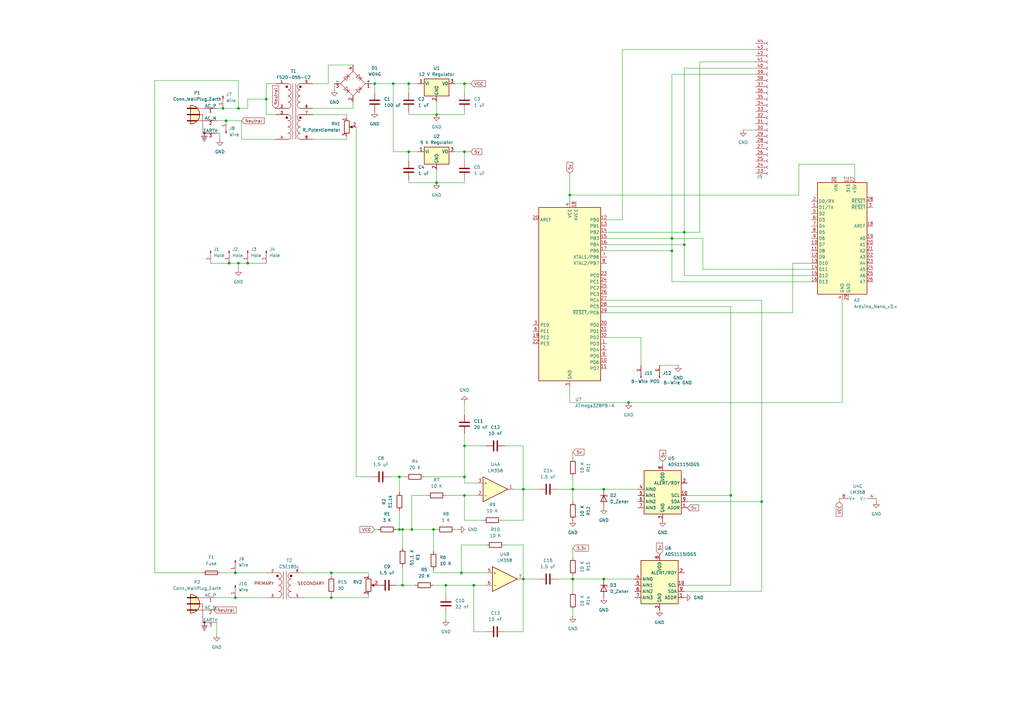
<source format=kicad_sch>
(kicad_sch (version 20231120) (generator "eeschema") (generator_version "8.0")
  (paper "A3")
  (lib_symbols
    (symbol "Amplifier_Operational:LM358" (pin_names (offset 0.127))
      (property "Reference" "U" (at 0 5.08 0))
      (property "Value" "LM358" (at 0 -5.08 0))
      (symbol "LM358_1_1"
        (pin output line (at 7.62 0 180) (length 2.54) (name "~") (number "1"))
        (pin input line (at -7.62 -2.54 0) (length 2.54) (name "-") (number "2"))
        (pin input line (at -7.62 2.54 0) (length 2.54) (name "+") (number "3"))
      )
      (symbol "LM358_2_1"
        (pin input line (at -7.62 2.54 0) (length 2.54) (name "+") (number "5"))
        (pin input line (at -7.62 -2.54 0) (length 2.54) (name "-") (number "6"))
        (pin output line (at 7.62 0 180) (length 2.54) (name "~") (number "7"))
      )
      (symbol "LM358_3_1"
        (pin power_in line (at -2.54 -7.62 90) (length 3.81) (name "V-") (number "4"))
        (pin power_in line (at -2.54 7.62 270) (length 3.81) (name "V+") (number "8"))
      )
    )
    (symbol "Analog_ADC:ADS1115IDGS"
      (property "Reference" "U" (at 2.54 13.97 0))
      (property "Value" "ADS1115IDGS" (at 7.62 11.43 0))
      (symbol "ADS1115IDGS_1_1"
        (pin input line (at 10.16 -5.08 180) (length 2.54) (name "ADDR") (number "1"))
        (pin input line (at 10.16 0 180) (length 2.54) (name "SCL") (number "10"))
        (pin output line (at 10.16 5.08 180) (length 2.54) (name "ALERT/RDY") (number "2"))
        (pin power_in line (at 0 -10.16 90) (length 2.54) (name "GND") (number "3"))
        (pin input line (at -10.16 2.54 0) (length 2.54) (name "AIN0") (number "4"))
        (pin input line (at -10.16 0 0) (length 2.54) (name "AIN1") (number "5"))
        (pin input line (at -10.16 -2.54 0) (length 2.54) (name "AIN2") (number "6"))
        (pin input line (at -10.16 -5.08 0) (length 2.54) (name "AIN3") (number "7"))
        (pin power_in line (at 0 12.7 270) (length 2.54) (name "VDD") (number "8"))
        (pin bidirectional line (at 10.16 -2.54 180) (length 2.54) (name "SDA") (number "9"))
      )
    )
    (symbol "CSE185L:CSE185L" (pin_names (offset 1.016))
      (property "Reference" "T" (at -5.0839 7.6279 0))
      (property "Value" "CSE185L" (at -5.0814 -7.6227 0))
      (symbol "CSE185L_0_0"
        (text "PRIMARY" (at -12.7 0 0) (effects (font (size 1.27 1.27)) (justify left bottom)))
        (text "SECONDARY" (at 5.08 0 0) (effects (font (size 1.27 1.27)) (justify left bottom)))
        (pin passive line (at -7.62 5.08 0) (length 5.08) (name "~") (number "2"))
        (pin passive line (at -7.62 -5.08 0) (length 5.08) (name "~") (number "3"))
        (pin passive line (at 7.62 -5.08 180) (length 5.08) (name "~") (number "5"))
        (pin passive line (at 7.62 5.08 180) (length 5.08) (name "~") (number "8"))
      )
    )
    (symbol "Conn_01x22_Socket_2" (pin_names (offset 1.016) hide)
      (property "Reference" "J10" (at -4.572 -29.21 0))
      (symbol "Conn_01x22_Socket_2_1_1"
        (pin passive line (at -5.08 -27.94 0) (length 3.81) (name "Pin_23") (number "23"))
        (pin passive line (at -5.08 -25.4 0) (length 3.81) (name "Pin_24") (number "24"))
        (pin passive line (at -5.08 -22.86 0) (length 3.81) (name "Pin_25") (number "25"))
        (pin passive line (at -5.08 -20.32 0) (length 3.81) (name "Pin_26") (number "26"))
        (pin passive line (at -5.08 -17.78 0) (length 3.81) (name "Pin_27") (number "27"))
        (pin passive line (at -5.08 -15.24 0) (length 3.81) (name "Pin_28") (number "28"))
        (pin passive line (at -5.08 -12.7 0) (length 3.81) (name "Pin_29") (number "29"))
        (pin passive line (at -5.08 -10.16 0) (length 3.81) (name "Pin_30") (number "30"))
        (pin passive line (at -5.08 -7.62 0) (length 3.81) (name "Pin_31") (number "31"))
        (pin passive line (at -5.08 -5.08 0) (length 3.81) (name "Pin_32") (number "32"))
        (pin passive line (at -5.08 -2.54 0) (length 3.81) (name "Pin_33") (number "33"))
        (pin passive line (at -5.08 0 0) (length 3.81) (name "Pin_34") (number "34"))
        (pin passive line (at -5.08 2.54 0) (length 3.81) (name "Pin_35") (number "35"))
        (pin passive line (at -5.08 5.08 0) (length 3.81) (name "Pin_36") (number "36"))
        (pin passive line (at -5.08 7.62 0) (length 3.81) (name "Pin_37") (number "37"))
        (pin passive line (at -5.08 10.16 0) (length 3.81) (name "Pin_38") (number "38"))
        (pin passive line (at -5.08 12.7 0) (length 3.81) (name "Pin_39") (number "39"))
        (pin passive line (at -5.08 15.24 0) (length 3.81) (name "Pin_40") (number "40"))
        (pin passive line (at -5.08 17.78 0) (length 3.81) (name "Pin_41") (number "41"))
        (pin passive line (at -5.08 20.32 0) (length 3.81) (name "Pin_42") (number "42"))
        (pin passive line (at -5.08 22.86 0) (length 3.81) (name "Pin_43") (number "43"))
        (pin passive line (at -5.08 25.4 0) (length 3.81) (name "Pin_44") (number "44"))
      )
    )
    (symbol "Connector:Conn_01x01_Pin" (pin_names (offset 1.016) hide)
      (property "Reference" "J" (at 0 2.54 0))
      (property "Value" "Conn_01x01_Pin" (at 0 -2.54 0))
      (symbol "Conn_01x01_Pin_1_1"
        (pin passive line (at 5.08 0 180) (length 3.81) (name "Pin_1") (number "1"))
      )
    )
    (symbol "Connector:Conn_WallPlug_Earth" (pin_names (offset 0))
      (property "Reference" "P" (at 0 3.81 0))
      (property "Value" "Conn_WallPlug_Earth" (at -5.08 0 90))
      (symbol "Conn_WallPlug_Earth_1_1"
        (pin power_out line (at 7.62 2.54 180) (length 5.08) (name "AC_P") (number "1"))
        (pin power_out line (at 7.62 -2.54 180) (length 5.08) (name "AC_N") (number "2"))
        (pin passive line (at 7.62 -7.62 180) (length 5.08) (name "EARTH") (number "3"))
      )
    )
    (symbol "Device:C" (pin_numbers hide) (pin_names (offset 0.254))
      (property "Reference" "C" (at 0.635 2.54 0))
      (property "Value" "C" (at 0.635 -2.54 0))
      (symbol "C_1_1"
        (pin passive line (at 0 3.81 270) (length 2.794) (name "~") (number "1"))
        (pin passive line (at 0 -3.81 90) (length 2.794) (name "~") (number "2"))
      )
    )
    (symbol "Device:D_Zener" (pin_numbers hide) (pin_names (offset 1.016) hide)
      (property "Reference" "D" (at 0 2.54 0))
      (property "Value" "D_Zener" (at 0 -2.54 0))
      (symbol "D_Zener_1_1"
        (pin passive line (at -3.81 0 0) (length 2.54) (name "K") (number "1"))
        (pin passive line (at 3.81 0 180) (length 2.54) (name "A") (number "2"))
      )
    )
    (symbol "Device:Fuse" (pin_numbers hide) (pin_names (offset 0))
      (property "Reference" "F" (at 2.032 0 90))
      (property "Value" "Fuse" (at -1.905 0 90))
      (symbol "Fuse_1_1"
        (pin passive line (at 0 3.81 270) (length 1.27) (name "~") (number "1"))
        (pin passive line (at 0 -3.81 90) (length 1.27) (name "~") (number "2"))
      )
    )
    (symbol "Device:R" (pin_numbers hide) (pin_names (offset 0))
      (property "Reference" "R" (at 2.032 0 90))
      (property "Value" "R" (at 0 0 90))
      (symbol "R_1_1"
        (pin passive line (at 0 3.81 270) (length 1.27) (name "~") (number "1"))
        (pin passive line (at 0 -3.81 90) (length 1.27) (name "~") (number "2"))
      )
    )
    (symbol "Device:R_Potentiometer" (pin_names (offset 1.016) hide)
      (property "Reference" "RV" (at -4.445 0 90))
      (property "Value" "R_Potentiometer" (at -2.54 0 90))
      (symbol "R_Potentiometer_1_1"
        (pin passive line (at 0 3.81 270) (length 1.27) (name "1") (number "1"))
        (pin passive line (at 3.81 0 180) (length 1.27) (name "2") (number "2"))
        (pin passive line (at 0 -3.81 90) (length 1.27) (name "3") (number "3"))
      )
    )
    (symbol "Diode_Bridge:W04G" (pin_names (offset 0))
      (property "Reference" "D" (at 2.54 6.985 0))
      (property "Value" "W04G" (at 2.54 5.08 0))
      (symbol "W04G_1_1"
        (pin passive line (at 7.62 0 180) (length 2.54) (name "+") (number "1"))
        (pin passive line (at 0 -7.62 90) (length 2.54) (name "~") (number "2"))
        (pin passive line (at -7.62 0 0) (length 2.54) (name "-") (number "3"))
        (pin passive line (at 0 7.62 270) (length 2.54) (name "~") (number "4"))
      )
    )
    (symbol "FS20-055-C2:FS20-055-C2" (pin_names (offset 1.016))
      (property "Reference" "T" (at -5.0839 12.7079 0))
      (property "Value" "FS20-055-C2" (at -5.0814 -15.2427 0))
      (symbol "FS20-055-C2_0_0"
        (pin passive line (at -7.62 10.16 0) (length 5.08) (name "~") (number "1"))
        (pin passive line (at -7.62 0 0) (length 5.08) (name "~") (number "2"))
        (pin passive line (at -7.62 -2.54 0) (length 5.08) (name "~") (number "3"))
        (pin passive line (at -7.62 -12.7 0) (length 5.08) (name "~") (number "4"))
        (pin passive line (at 7.62 10.16 180) (length 5.08) (name "~") (number "5"))
        (pin passive line (at 7.62 0 180) (length 5.08) (name "~") (number "6"))
        (pin passive line (at 7.62 -2.54 180) (length 5.08) (name "~") (number "7"))
        (pin passive line (at 7.62 -12.7 180) (length 5.08) (name "~") (number "8"))
      )
    )
    (symbol "MCU_Microchip_ATmega:ATmega328PB-A"
      (property "Reference" "U" (at -12.7 36.83 0))
      (property "Value" "ATmega328PB-A" (at 2.54 -36.83 0))
      (symbol "ATmega328PB-A_1_1"
        (pin bidirectional line (at 15.24 -20.32 180) (length 2.54) (name "PD3") (number "1"))
        (pin bidirectional line (at 15.24 -27.94 180) (length 2.54) (name "PD6") (number "10"))
        (pin bidirectional line (at 15.24 -30.48 180) (length 2.54) (name "PD7") (number "11"))
        (pin bidirectional line (at 15.24 30.48 180) (length 2.54) (name "PB0") (number "12"))
        (pin bidirectional line (at 15.24 27.94 180) (length 2.54) (name "PB1") (number "13"))
        (pin bidirectional line (at 15.24 25.4 180) (length 2.54) (name "PB2") (number "14"))
        (pin bidirectional line (at 15.24 22.86 180) (length 2.54) (name "PB3") (number "15"))
        (pin bidirectional line (at 15.24 20.32 180) (length 2.54) (name "PB4") (number "16"))
        (pin bidirectional line (at 15.24 17.78 180) (length 2.54) (name "PB5") (number "17"))
        (pin power_in line (at 2.54 38.1 270) (length 2.54) (name "AVCC") (number "18"))
        (pin bidirectional line (at -15.24 -17.78 0) (length 2.54) (name "PE2") (number "19"))
        (pin bidirectional line (at 15.24 -22.86 180) (length 2.54) (name "PD4") (number "2"))
        (pin passive line (at -15.24 30.48 0) (length 2.54) (name "AREF") (number "20"))
        (pin passive line (at 0 -38.1 90) (length 2.54) hide (name "GND") (number "21"))
        (pin bidirectional line (at -15.24 -20.32 0) (length 2.54) (name "PE3") (number "22"))
        (pin bidirectional line (at 15.24 7.62 180) (length 2.54) (name "PC0") (number "23"))
        (pin bidirectional line (at 15.24 5.08 180) (length 2.54) (name "PC1") (number "24"))
        (pin bidirectional line (at 15.24 2.54 180) (length 2.54) (name "PC2") (number "25"))
        (pin bidirectional line (at 15.24 0 180) (length 2.54) (name "PC3") (number "26"))
        (pin bidirectional line (at 15.24 -2.54 180) (length 2.54) (name "PC4") (number "27"))
        (pin bidirectional line (at 15.24 -5.08 180) (length 2.54) (name "PC5") (number "28"))
        (pin bidirectional line (at 15.24 -7.62 180) (length 2.54) (name "~{RESET}/PC6") (number "29"))
        (pin bidirectional line (at -15.24 -12.7 0) (length 2.54) (name "PE0") (number "3"))
        (pin bidirectional line (at 15.24 -12.7 180) (length 2.54) (name "PD0") (number "30"))
        (pin bidirectional line (at 15.24 -15.24 180) (length 2.54) (name "PD1") (number "31"))
        (pin bidirectional line (at 15.24 -17.78 180) (length 2.54) (name "PD2") (number "32"))
        (pin power_in line (at 0 38.1 270) (length 2.54) (name "VCC") (number "4"))
        (pin power_in line (at 0 -38.1 90) (length 2.54) (name "GND") (number "5"))
        (pin bidirectional line (at -15.24 -15.24 0) (length 2.54) (name "PE1") (number "6"))
        (pin bidirectional line (at 15.24 15.24 180) (length 2.54) (name "XTAL1/PB6") (number "7"))
        (pin bidirectional line (at 15.24 12.7 180) (length 2.54) (name "XTAL2/PB7") (number "8"))
        (pin bidirectional line (at 15.24 -25.4 180) (length 2.54) (name "PD5") (number "9"))
      )
    )
    (symbol "MCU_Module:Arduino_Nano_v3.x"
      (property "Reference" "A" (at -10.16 23.495 0))
      (property "Value" "Arduino_Nano_v3.x" (at 5.08 -24.13 0))
      (symbol "Arduino_Nano_v3.x_1_1"
        (pin bidirectional line (at -12.7 12.7 0) (length 2.54) (name "D1/TX") (number "1"))
        (pin bidirectional line (at -12.7 -2.54 0) (length 2.54) (name "D7") (number "10"))
        (pin bidirectional line (at -12.7 -5.08 0) (length 2.54) (name "D8") (number "11"))
        (pin bidirectional line (at -12.7 -7.62 0) (length 2.54) (name "D9") (number "12"))
        (pin bidirectional line (at -12.7 -10.16 0) (length 2.54) (name "D10") (number "13"))
        (pin bidirectional line (at -12.7 -12.7 0) (length 2.54) (name "D11") (number "14"))
        (pin bidirectional line (at -12.7 -15.24 0) (length 2.54) (name "D12") (number "15"))
        (pin bidirectional line (at -12.7 -17.78 0) (length 2.54) (name "D13") (number "16"))
        (pin power_out line (at 2.54 25.4 270) (length 2.54) (name "3V3") (number "17"))
        (pin input line (at 12.7 5.08 180) (length 2.54) (name "AREF") (number "18"))
        (pin bidirectional line (at 12.7 0 180) (length 2.54) (name "A0") (number "19"))
        (pin bidirectional line (at -12.7 15.24 0) (length 2.54) (name "D0/RX") (number "2"))
        (pin bidirectional line (at 12.7 -2.54 180) (length 2.54) (name "A1") (number "20"))
        (pin bidirectional line (at 12.7 -5.08 180) (length 2.54) (name "A2") (number "21"))
        (pin bidirectional line (at 12.7 -7.62 180) (length 2.54) (name "A3") (number "22"))
        (pin bidirectional line (at 12.7 -10.16 180) (length 2.54) (name "A4") (number "23"))
        (pin bidirectional line (at 12.7 -12.7 180) (length 2.54) (name "A5") (number "24"))
        (pin bidirectional line (at 12.7 -15.24 180) (length 2.54) (name "A6") (number "25"))
        (pin bidirectional line (at 12.7 -17.78 180) (length 2.54) (name "A7") (number "26"))
        (pin power_out line (at 5.08 25.4 270) (length 2.54) (name "+5V") (number "27"))
        (pin input line (at 12.7 15.24 180) (length 2.54) (name "~{RESET}") (number "28"))
        (pin power_in line (at 2.54 -25.4 90) (length 2.54) (name "GND") (number "29"))
        (pin input line (at 12.7 12.7 180) (length 2.54) (name "~{RESET}") (number "3"))
        (pin power_in line (at -2.54 25.4 270) (length 2.54) (name "VIN") (number "30"))
        (pin power_in line (at 0 -25.4 90) (length 2.54) (name "GND") (number "4"))
        (pin bidirectional line (at -12.7 10.16 0) (length 2.54) (name "D2") (number "5"))
        (pin bidirectional line (at -12.7 7.62 0) (length 2.54) (name "D3") (number "6"))
        (pin bidirectional line (at -12.7 5.08 0) (length 2.54) (name "D4") (number "7"))
        (pin bidirectional line (at -12.7 2.54 0) (length 2.54) (name "D5") (number "8"))
        (pin bidirectional line (at -12.7 0 0) (length 2.54) (name "D6") (number "9"))
      )
    )
    (symbol "Regulator_Linear:LF15_TO220" (pin_names (offset 0.254))
      (property "Reference" "U" (at -3.81 3.175 0))
      (property "Value" "LF15_TO220" (at 0 3.175 0))
      (symbol "LF15_TO220_1_1"
        (pin power_in line (at -7.62 0 0) (length 2.54) (name "VI") (number "1"))
        (pin power_in line (at 0 -7.62 90) (length 2.54) (name "GND") (number "2"))
        (pin power_out line (at 7.62 0 180) (length 2.54) (name "VO") (number "3"))
      )
    )
    (symbol "power:GND" (power) (pin_numbers hide) (pin_names (offset 0) hide)
      (property "Value" "GND" (at 0 -3.81 0))
      (symbol "GND_1_1"
        (pin power_in line (at 0 0 270) (length 0) (name "~") (number "1"))
      )
    )
  )
  (junction (at 91.44 44.45))
  (junction (at 101.6 107.95))
  (junction (at 234.95 200.66))
  (junction (at 189.23 234.95))
  (junction (at 233.68 80.01))
  (junction (at 247.65 200.66))
  (junction (at 234.95 237.49))
  (junction (at 96.52 245.11))
  (junction (at 182.88 240.03))
  (junction (at 163.83 217.17))
  (junction (at 96.52 234.95))
  (junction (at 165.1 217.17))
  (junction (at 177.8 217.17))
  (junction (at 275.59 97.79))
  (junction (at 165.1 240.03))
  (junction (at 190.5 62.23))
  (junction (at 190.5 182.88))
  (junction (at 163.83 195.58))
  (junction (at 190.5 34.29))
  (junction (at 92.71 49.53))
  (junction (at 280.67 95.25))
  (junction (at 190.5 195.58))
  (junction (at 257.81 165.1))
  (junction (at 109.22 40.64))
  (junction (at 312.42 205.74))
  (junction (at 161.29 34.29))
  (junction (at 194.31 240.03))
  (junction (at 214.63 200.66))
  (junction (at 299.72 203.2))
  (junction (at 93.98 107.95))
  (junction (at 167.64 34.29))
  (junction (at 168.91 217.17))
  (junction (at 179.07 74.93))
  (junction (at 135.89 234.95))
  (junction (at 97.79 107.95))
  (junction (at 214.63 237.49))
  (junction (at 167.64 62.23))
  (junction (at 153.67 34.29))
  (junction (at 135.89 245.11))
  (junction (at 280.67 100.33))
  (junction (at 190.5 203.2))
  (junction (at 275.59 102.87))
  (junction (at 247.65 237.49))
  (junction (at 179.07 46.99))
  (junction (at 97.79 44.45))
  (wire (pts (xy 234.95 185.42) (xy 234.95 187.96)))
  (wire (pts (xy 163.83 209.55) (xy 163.83 217.17)))
  (wire (pts (xy 160.02 195.58) (xy 163.83 195.58)))
  (wire (pts (xy 179.07 41.91) (xy 179.07 46.99)))
  (wire (pts (xy 88.9 255.27) (xy 88.9 260.35)))
  (wire (pts (xy 99.06 49.53) (xy 99.06 57.15)))
  (wire (pts (xy 233.68 165.1) (xy 233.68 158.75)))
  (wire (pts (xy 233.68 80.01) (xy 233.68 82.55)))
  (wire (pts (xy 190.5 62.23) (xy 186.69 62.23)))
  (wire (pts (xy 182.88 240.03) (xy 194.31 240.03)))
  (wire (pts (xy 332.74 107.95) (xy 325.12 107.95)))
  (wire (pts (xy 214.63 182.88) (xy 207.01 182.88)))
  (wire (pts (xy 299.72 240.03) (xy 299.72 203.2)))
  (wire (pts (xy 234.95 237.49) (xy 247.65 237.49)))
  (wire (pts (xy 88.9 250.19) (xy 87.63 250.19)))
  (wire (pts (xy 88.9 44.45) (xy 91.44 44.45)))
  (wire (pts (xy 189.23 234.95) (xy 189.23 223.52)))
  (wire (pts (xy 194.31 240.03) (xy 199.39 240.03)))
  (wire (pts (xy 96.52 245.11) (xy 109.22 245.11)))
  (wire (pts (xy 101.6 107.95) (xy 109.22 107.95)))
  (wire (pts (xy 161.29 62.23) (xy 167.64 62.23)))
  (wire (pts (xy 97.79 33.02) (xy 63.5 33.02)))
  (wire (pts (xy 234.95 237.49) (xy 234.95 242.57)))
  (wire (pts (xy 97.79 107.95) (xy 97.79 110.49)))
  (wire (pts (xy 151.13 234.95) (xy 151.13 236.22)))
  (wire (pts (xy 88.9 54.61) (xy 90.17 54.61)))
  (wire (pts (xy 182.88 203.2) (xy 190.5 203.2)))
  (wire (pts (xy 325.12 128.27) (xy 248.92 128.27)))
  (wire (pts (xy 96.52 234.95) (xy 109.22 234.95)))
  (wire (pts (xy 137.16 34.29) (xy 137.16 36.83)))
  (wire (pts (xy 332.74 115.57) (xy 275.59 115.57)))
  (wire (pts (xy 214.63 213.36) (xy 214.63 200.66)))
  (wire (pts (xy 304.8 53.34) (xy 309.88 53.34)))
  (wire (pts (xy 167.64 74.93) (xy 167.64 73.66)))
  (wire (pts (xy 271.78 189.23) (xy 271.78 190.5)))
  (wire (pts (xy 234.95 236.22) (xy 234.95 237.49)))
  (wire (pts (xy 257.81 165.1) (xy 345.44 165.1)))
  (wire (pts (xy 205.74 213.36) (xy 214.63 213.36)))
  (wire (pts (xy 161.29 34.29) (xy 161.29 62.23)))
  (wire (pts (xy 280.67 113.03) (xy 280.67 100.33)))
  (wire (pts (xy 167.64 46.99) (xy 167.64 45.72)))
  (wire (pts (xy 124.46 234.95) (xy 135.89 234.95)))
  (wire (pts (xy 190.5 165.1) (xy 190.5 170.18)))
  (wire (pts (xy 101.6 44.45) (xy 101.6 40.64)))
  (wire (pts (xy 163.83 195.58) (xy 163.83 201.93)))
  (wire (pts (xy 327.66 80.01) (xy 327.66 67.31)))
  (wire (pts (xy 207.01 259.08) (xy 214.63 259.08)))
  (wire (pts (xy 63.5 33.02) (xy 63.5 234.95)))
  (wire (pts (xy 275.59 97.79) (xy 248.92 97.79)))
  (wire (pts (xy 312.42 242.57) (xy 312.42 205.74)))
  (wire (pts (xy 167.64 46.99) (xy 179.07 46.99)))
  (wire (pts (xy 179.07 69.85) (xy 179.07 74.93)))
  (wire (pts (xy 233.68 80.01) (xy 327.66 80.01)))
  (wire (pts (xy 135.89 245.11) (xy 124.46 245.11)))
  (wire (pts (xy 190.5 46.99) (xy 190.5 45.72)))
  (wire (pts (xy 135.89 243.84) (xy 135.89 245.11)))
  (wire (pts (xy 167.64 62.23) (xy 167.64 66.04)))
  (wire (pts (xy 167.64 62.23) (xy 171.45 62.23)))
  (wire (pts (xy 190.5 38.1) (xy 190.5 34.29)))
  (wire (pts (xy 135.89 234.95) (xy 151.13 234.95)))
  (wire (pts (xy 275.59 102.87) (xy 275.59 97.79)))
  (wire (pts (xy 177.8 234.95) (xy 189.23 234.95)))
  (wire (pts (xy 288.29 97.79) (xy 275.59 97.79)))
  (wire (pts (xy 190.5 62.23) (xy 193.04 62.23)))
  (wire (pts (xy 350.52 67.31) (xy 350.52 72.39)))
  (wire (pts (xy 97.79 44.45) (xy 101.6 44.45)))
  (wire (pts (xy 177.8 234.95) (xy 177.8 233.68)))
  (wire (pts (xy 214.63 237.49) (xy 214.63 259.08)))
  (wire (pts (xy 255.27 90.17) (xy 248.92 90.17)))
  (wire (pts (xy 113.03 46.99) (xy 109.22 46.99)))
  (wire (pts (xy 135.89 234.95) (xy 135.89 236.22)))
  (wire (pts (xy 255.27 20.32) (xy 309.88 20.32)))
  (wire (pts (xy 142.24 46.99) (xy 142.24 48.26)))
  (wire (pts (xy 128.27 46.99) (xy 142.24 46.99)))
  (wire (pts (xy 194.31 259.08) (xy 199.39 259.08)))
  (wire (pts (xy 228.6 200.66) (xy 234.95 200.66)))
  (wire (pts (xy 144.78 44.45) (xy 144.78 41.91)))
  (wire (pts (xy 63.5 234.95) (xy 82.8765 234.95)))
  (wire (pts (xy 247.65 237.49) (xy 260.35 237.49)))
  (wire (pts (xy 275.59 30.48) (xy 275.59 97.79)))
  (wire (pts (xy 280.67 27.94) (xy 280.67 95.25)))
  (wire (pts (xy 86.36 107.95) (xy 93.98 107.95)))
  (wire (pts (xy 234.95 195.58) (xy 234.95 200.66)))
  (wire (pts (xy 280.67 100.33) (xy 248.92 100.33)))
  (wire (pts (xy 91.44 44.45) (xy 97.79 44.45)))
  (wire (pts (xy 214.63 200.66) (xy 220.98 200.66)))
  (wire (pts (xy 109.22 40.64) (xy 109.22 34.29)))
  (wire (pts (xy 190.5 195.58) (xy 190.5 198.12)))
  (wire (pts (xy 262.89 138.43) (xy 262.89 149.86)))
  (wire (pts (xy 275.59 30.48) (xy 309.88 30.48)))
  (wire (pts (xy 287.02 95.25) (xy 280.67 95.25)))
  (wire (pts (xy 88.9 245.11) (xy 96.52 245.11)))
  (wire (pts (xy 90.4965 234.95) (xy 96.52 234.95)))
  (wire (pts (xy 109.22 34.29) (xy 113.03 34.29)))
  (wire (pts (xy 151.13 245.11) (xy 135.89 245.11)))
  (wire (pts (xy 152.4 34.29) (xy 153.67 34.29)))
  (wire (pts (xy 173.99 195.58) (xy 190.5 195.58)))
  (wire (pts (xy 134.62 26.67) (xy 144.78 26.67)))
  (wire (pts (xy 248.92 138.43) (xy 262.89 138.43)))
  (wire (pts (xy 190.5 34.29) (xy 193.04 34.29)))
  (wire (pts (xy 190.5 177.8) (xy 190.5 182.88)))
  (wire (pts (xy 162.56 217.17) (xy 163.83 217.17)))
  (wire (pts (xy 190.5 66.04) (xy 190.5 62.23)))
  (wire (pts (xy 233.68 165.1) (xy 257.81 165.1)))
  (wire (pts (xy 234.95 224.79) (xy 234.95 228.6)))
  (wire (pts (xy 247.65 200.66) (xy 261.62 200.66)))
  (wire (pts (xy 299.72 125.73) (xy 248.92 125.73)))
  (wire (pts (xy 194.31 240.03) (xy 194.31 259.08)))
  (wire (pts (xy 182.88 240.03) (xy 182.88 243.84)))
  (wire (pts (xy 214.63 237.49) (xy 220.98 237.49)))
  (wire (pts (xy 128.27 57.15) (xy 142.24 57.15)))
  (wire (pts (xy 182.88 254) (xy 182.88 251.46)))
  (wire (pts (xy 195.58 198.12) (xy 190.5 198.12)))
  (wire (pts (xy 255.27 20.32) (xy 255.27 90.17)))
  (wire (pts (xy 312.42 123.19) (xy 248.92 123.19)))
  (wire (pts (xy 207.01 223.52) (xy 214.63 223.52)))
  (wire (pts (xy 234.95 200.66) (xy 247.65 200.66)))
  (wire (pts (xy 190.5 182.88) (xy 190.5 195.58)))
  (wire (pts (xy 287.02 25.4) (xy 287.02 95.25)))
  (wire (pts (xy 325.12 107.95) (xy 325.12 128.27)))
  (wire (pts (xy 287.02 25.4) (xy 309.88 25.4)))
  (wire (pts (xy 233.68 71.12) (xy 233.68 80.01)))
  (wire (pts (xy 146.05 52.07) (xy 146.05 195.58)))
  (wire (pts (xy 162.56 240.03) (xy 165.1 240.03)))
  (wire (pts (xy 312.42 123.19) (xy 312.42 205.74)))
  (wire (pts (xy 179.07 217.17) (xy 177.8 217.17)))
  (wire (pts (xy 186.69 217.17) (xy 187.96 217.17)))
  (wire (pts (xy 234.95 250.19) (xy 234.95 252.73)))
  (wire (pts (xy 167.64 74.93) (xy 179.07 74.93)))
  (wire (pts (xy 190.5 34.29) (xy 186.69 34.29)))
  (wire (pts (xy 190.5 203.2) (xy 190.5 213.36)))
  (wire (pts (xy 275.59 115.57) (xy 275.59 102.87)))
  (wire (pts (xy 165.1 217.17) (xy 168.91 217.17)))
  (wire (pts (xy 97.79 44.45) (xy 97.79 33.02)))
  (wire (pts (xy 190.5 182.88) (xy 199.39 182.88)))
  (wire (pts (xy 280.67 95.25) (xy 248.92 95.25)))
  (wire (pts (xy 177.8 240.03) (xy 182.88 240.03)))
  (wire (pts (xy 99.06 57.15) (xy 113.03 57.15)))
  (wire (pts (xy 163.83 195.58) (xy 166.37 195.58)))
  (wire (pts (xy 280.67 27.94) (xy 309.88 27.94)))
  (wire (pts (xy 179.07 46.99) (xy 190.5 46.99)))
  (wire (pts (xy 109.22 46.99) (xy 109.22 40.64)))
  (wire (pts (xy 167.64 34.29) (xy 167.64 38.1)))
  (wire (pts (xy 161.29 34.29) (xy 167.64 34.29)))
  (wire (pts (xy 214.63 223.52) (xy 214.63 237.49)))
  (wire (pts (xy 163.83 217.17) (xy 165.1 217.17)))
  (wire (pts (xy 327.66 67.31) (xy 350.52 67.31)))
  (wire (pts (xy 167.64 34.29) (xy 171.45 34.29)))
  (wire (pts (xy 332.74 110.49) (xy 288.29 110.49)))
  (wire (pts (xy 359.41 204.47) (xy 359.41 205.74)))
  (wire (pts (xy 280.67 100.33) (xy 280.67 95.25)))
  (wire (pts (xy 142.24 57.15) (xy 142.24 55.88)))
  (wire (pts (xy 344.17 205.74) (xy 344.17 204.47)))
  (wire (pts (xy 151.13 243.84) (xy 151.13 245.11)))
  (wire (pts (xy 101.6 40.64) (xy 109.22 40.64)))
  (wire (pts (xy 299.72 125.73) (xy 299.72 203.2)))
  (wire (pts (xy 153.67 34.29) (xy 161.29 34.29)))
  (wire (pts (xy 214.63 200.66) (xy 210.82 200.66)))
  (wire (pts (xy 165.1 217.17) (xy 165.1 224.79)))
  (wire (pts (xy 190.5 203.2) (xy 195.58 203.2)))
  (wire (pts (xy 234.95 200.66) (xy 234.95 205.74)))
  (wire (pts (xy 177.8 217.17) (xy 177.8 226.06)))
  (wire (pts (xy 153.67 34.29) (xy 153.67 38.1)))
  (wire (pts (xy 280.67 240.03) (xy 299.72 240.03)))
  (wire (pts (xy 189.23 234.95) (xy 199.39 234.95)))
  (wire (pts (xy 189.23 223.52) (xy 199.39 223.52)))
  (wire (pts (xy 179.07 74.93) (xy 190.5 74.93)))
  (wire (pts (xy 168.91 203.2) (xy 175.26 203.2)))
  (wire (pts (xy 92.71 49.53) (xy 99.06 49.53)))
  (wire (pts (xy 214.63 200.66) (xy 214.63 182.88)))
  (wire (pts (xy 134.62 34.29) (xy 134.62 26.67)))
  (wire (pts (xy 228.6 237.49) (xy 234.95 237.49)))
  (wire (pts (xy 146.05 195.58) (xy 152.4 195.58)))
  (wire (pts (xy 190.5 213.36) (xy 198.12 213.36)))
  (wire (pts (xy 281.94 205.74) (xy 312.42 205.74)))
  (wire (pts (xy 128.27 34.29) (xy 134.62 34.29)))
  (wire (pts (xy 90.17 54.61) (xy 90.17 57.15)))
  (wire (pts (xy 332.74 113.03) (xy 280.67 113.03)))
  (wire (pts (xy 88.9 49.53) (xy 92.71 49.53)))
  (wire (pts (xy 97.79 107.95) (xy 101.6 107.95)))
  (wire (pts (xy 280.67 242.57) (xy 312.42 242.57)))
  (wire (pts (xy 165.1 240.03) (xy 170.18 240.03)))
  (wire (pts (xy 288.29 110.49) (xy 288.29 97.79)))
  (wire (pts (xy 153.67 217.17) (xy 154.94 217.17)))
  (wire (pts (xy 345.44 165.1) (xy 345.44 123.19)))
  (wire (pts (xy 275.59 102.87) (xy 248.92 102.87)))
  (wire (pts (xy 168.91 217.17) (xy 168.91 203.2)))
  (wire (pts (xy 128.27 44.45) (xy 144.78 44.45)))
  (wire (pts (xy 190.5 74.93) (xy 190.5 73.66)))
  (wire (pts (xy 165.1 232.41) (xy 165.1 240.03)))
  (wire (pts (xy 168.91 217.17) (xy 177.8 217.17)))
  (wire (pts (xy 299.72 203.2) (xy 281.94 203.2)))
  (wire (pts (xy 270.51 149.86) (xy 278.13 149.86)))
  (wire (pts (xy 93.98 107.95) (xy 97.79 107.95)))
  (global_label "Neutral" (shape input) (at 99.06 49.53 0) (property "Intersheetrefs" "${INTERSHEET_REFS}" (effects (hide yes))))
  (global_label "5v" (shape input) (at 281.94 208.28 0) (property "Intersheetrefs" "${INTERSHEET_REFS}" (effects (hide yes))))
  (global_label "5v" (shape input) (at 233.68 71.12 90) (property "Intersheetrefs" "${INTERSHEET_REFS}" (effects (hide yes))))
  (global_label "VCC" (shape input) (at 193.04 34.29 0) (property "Intersheetrefs" "${INTERSHEET_REFS}" (effects (hide yes))))
  (global_label "5v" (shape input) (at 270.51 227.33 90) (property "Intersheetrefs" "${INTERSHEET_REFS}" (effects (hide yes))))
  (global_label "5v" (shape input) (at 193.04 62.23 0) (property "Intersheetrefs" "${INTERSHEET_REFS}" (effects (hide yes))))
  (global_label "3.3v" (shape input) (at 234.95 224.79 0) (property "Intersheetrefs" "${INTERSHEET_REFS}" (effects (hide yes))))
  (global_label "Neutral" (shape input) (at 113.03 44.45 90) (property "Intersheetrefs" "${INTERSHEET_REFS}" (effects (hide yes))))
  (global_label "5v" (shape input) (at 234.95 185.42 0) (property "Intersheetrefs" "${INTERSHEET_REFS}" (effects (hide yes))))
  (global_label "5v" (shape input) (at 271.78 189.23 90) (property "Intersheetrefs" "${INTERSHEET_REFS}" (effects (hide yes))))
  (global_label "VCC" (shape input) (at 344.17 205.74 270) (property "Intersheetrefs" "${INTERSHEET_REFS}" (effects (hide yes))))
  (global_label "VCC" (shape input) (at 153.67 217.17 180) (property "Intersheetrefs" "${INTERSHEET_REFS}" (effects (hide yes))))
  (global_label "Neutral" (shape input) (at 87.63 250.19 0) (property "Intersheetrefs" "${INTERSHEET_REFS}" (effects (hide yes))))
  (symbol (lib_id "Device:C") (at 153.67 41.91 0) (unit 1)
    (property "Reference" "C1" (at 157.48 40.6399 0) (effects (justify left)))
    (property "Value" "100 uF" (at 157.48 43.1799 0) (effects (justify left)))
    (property "Footprint" "Capacitor_THT:CP_Radial_D10.0mm_P5.00mm" (effects (hide yes)))
    (property "Description" "Unpolarized capacitor" (effects (hide yes)))
  )
  (symbol (lib_id "Connector:Conn_01x01_Pin") (at 91.44 39.37 270) (unit 1)
    (property "Reference" "J7" (at 92.71 38.7349 90) (effects (justify left)))
    (property "Value" "Wire" (at 92.71 41.2749 90) (effects (justify left)))
    (property "Footprint" "Connector_Wire:SolderWire-2sqmm_1x01_D2mm_OD3.9mm" (effects (hide yes)))
    (property "Description" "Generic connector, single row, 01x01, script generated" (effects (hide yes)))
  )
  (symbol (lib_id "Amplifier_Operational:LM358") (at 351.79 201.93 90) (unit 3)
    (property "Reference" "U4" (at 351.79 199.39 90))
    (property "Value" "LM358" (at 351.79 201.93 90))
    (property "Footprint" "Package_DIP:DIP-8_W7.62mm" (effects (hide yes)))
    (property "Datasheet" "http://www.ti.com/lit/ds/symlink/lm2904-n.pdf" (effects (hide yes)))
    (property "Description" "Low-Power, Dual Operational Amplifiers, DIP-8/SOIC-8/TO-99-8" (effects (hide yes)))
  )
  (symbol (lib_id "Analog_ADC:ADS1115IDGS") (at 271.78 203.2 0) (unit 1)
    (property "Reference" "U5" (at 273.9741 187.96 0) (effects (justify left)))
    (property "Value" "ADS1115IDGS" (at 273.9741 190.5 0) (effects (justify left)))
    (property "Footprint" "Package_SO:TSSOP-10_3x3mm_P0.5mm" (effects (hide yes)))
    (property "Datasheet" "http://www.ti.com/lit/ds/symlink/ads1113.pdf" (effects (hide yes)))
    (property "Description" "Ultra-Small, Low-Power, I2C-Compatible, 860-SPS, 16-Bit ADCs With Internal Reference, Oscillator, and Programmable Comparator, VSSOP-10" (effects (hide yes)))
  )
  (symbol (lib_id "Device:R") (at 170.18 195.58 90) (unit 1)
    (property "Reference" "R4" (at 170.18 189.23 90))
    (property "Value" "20 K" (at 170.18 191.77 90))
    (property "Footprint" "Resistor_THT:R_Axial_DIN0207_L6.3mm_D2.5mm_P10.16mm_Horizontal" (effects (hide yes)))
    (property "Description" "Resistor" (effects (hide yes)))
  )
  (symbol (lib_id "Device:R_Potentiometer") (at 151.13 240.03 0) (unit 1)
    (property "Reference" "RV2" (at 148.59 238.7599 0) (effects (justify right)))
    (property "Value" "R_Potentiometer" (effects (hide yes)))
    (property "Footprint" "Potentiometer_THT:Potentiometer_ACP_CA6-H2,5_Horizontal" (effects (hide yes)))
    (property "Description" "Potentiometer" (effects (hide yes)))
  )
  (symbol (lib_id "Connector:Conn_01x01_Pin") (at 101.6 102.87 270) (unit 1)
    (property "Reference" "J3" (at 102.87 102.2349 90) (effects (justify left)))
    (property "Value" "Hole" (at 102.87 104.7749 90) (effects (justify left)))
    (property "Footprint" "Connector_Wire:SolderWire-2sqmm_1x01_D2mm_OD3.9mm" (effects (hide yes)))
    (property "Description" "Generic connector, single row, 01x01, script generated" (effects (hide yes)))
  )
  (symbol (lib_id "Device:D_Zener") (at 247.65 241.3 270) (unit 1)
    (property "Reference" "D3" (at 250.19 240.0299 90) (effects (justify left)))
    (property "Value" "D_Zener" (at 250.19 242.5699 90) (effects (justify left)))
    (property "Footprint" "Diode_THT:D_A-405_P10.16mm_Horizontal" (effects (hide yes)))
    (property "Description" "Zener diode" (effects (hide yes)))
  )
  (symbol (lib_id "Connector:Conn_WallPlug_Earth") (at 81.28 247.65 0) (unit 1)
    (property "Reference" "P2" (at 80.8863 238.76 0))
    (property "Value" "Conn_WallPlug_Earth" (at 80.8863 241.3 0))
    (property "Description" "3-pin general wall plug, with Earth wire (110VAC, 220VAC)" (effects (hide yes)))
  )
  (symbol (lib_id "power:GND") (at 234.95 213.36 0) (unit 1)
    (property "Reference" "#PWR011" (effects (hide yes)))
    (property "Value" "GND" (at 234.95 218.44 0))
    (property "Description" "Power symbol creates a global label with name \"GND\" , ground" (effects (hide yes)))
  )
  (symbol (lib_id "power:GND") (at 304.8 53.34 0) (unit 1)
    (property "Reference" "#PWR019" (effects (hide yes)))
    (property "Value" "GND" (at 304.8 58.42 0))
    (property "Description" "Power symbol creates a global label with name \"GND\" , ground" (effects (hide yes)))
  )
  (symbol (lib_id "power:GND") (at 278.13 149.86 0) (unit 1)
    (property "Reference" "#PWR022" (effects (hide yes)))
    (property "Value" "GND" (at 278.13 154.94 0))
    (property "Description" "Power symbol creates a global label with name \"GND\" , ground" (effects (hide yes)))
  )
  (symbol (lib_id "power:GND") (at 234.95 252.73 0) (unit 1)
    (property "Reference" "#PWR012" (effects (hide yes)))
    (property "Value" "GND" (at 234.95 257.81 0))
    (property "Description" "Power symbol creates a global label with name \"GND\" , ground" (effects (hide yes)))
  )
  (symbol (lib_id "Device:C") (at 224.79 200.66 90) (unit 1)
    (property "Reference" "C14" (at 224.79 193.04 90))
    (property "Value" "1.5 uF" (at 224.79 195.58 90))
    (property "Footprint" "Capacitor_THT:C_Rect_L7.2mm_W5.5mm_P5.00mm_FKS2_FKP2_MKS2_MKP2" (effects (hide yes)))
    (property "Description" "Unpolarized capacitor" (effects (hide yes)))
  )
  (symbol (lib_id "Device:R") (at 203.2 223.52 90) (unit 1)
    (property "Reference" "R10" (at 203.2 217.17 90))
    (property "Value" "10 K" (at 203.2 219.71 90))
    (property "Footprint" "Resistor_THT:R_Axial_DIN0207_L6.3mm_D2.5mm_P10.16mm_Horizontal" (effects (hide yes)))
    (property "Description" "Resistor" (effects (hide yes)))
  )
  (symbol (lib_id "power:GND") (at 247.65 208.28 0) (unit 1)
    (property "Reference" "#PWR013" (effects (hide yes)))
    (property "Value" "GND" (at 247.65 213.36 0))
    (property "Description" "Power symbol creates a global label with name \"GND\" , ground" (effects (hide yes)))
  )
  (symbol (lib_id "power:GND") (at 179.07 74.93 0) (unit 1)
    (property "Reference" "#PWR05" (effects (hide yes)))
    (property "Value" "GND" (at 179.07 80.01 0))
    (property "Description" "Power symbol creates a global label with name \"GND\" , ground" (effects (hide yes)))
  )
  (symbol (lib_id "power:GND") (at 270.51 250.19 0) (unit 1)
    (property "Reference" "#PWR017" (effects (hide yes)))
    (property "Value" "GND" (at 270.51 255.27 0))
    (property "Description" "Power symbol creates a global label with name \"GND\" , ground" (effects (hide yes)))
  )
  (symbol (lib_id "Device:R") (at 163.83 205.74 180) (unit 1)
    (property "Reference" "R2" (at 157.48 205.74 90))
    (property "Value" "51.1k" (at 160.02 205.74 90))
    (property "Footprint" "Resistor_THT:R_Axial_DIN0207_L6.3mm_D2.5mm_P10.16mm_Horizontal" (effects (hide yes)))
    (property "Description" "Resistor" (effects (hide yes)))
  )
  (symbol (lib_id "Regulator_Linear:LF15_TO220") (at 179.07 62.23 0) (unit 1)
    (property "Reference" "U2" (at 179.07 55.88 0))
    (property "Value" "5 V Regulator" (at 179.07 58.42 0))
    (property "Footprint" "Package_TO_SOT_THT:TO-220-3_Vertical" (effects (hide yes)))
    (property "Datasheet" "http://www.st.com/content/ccc/resource/technical/document/datasheet/c4/0e/7e/2a/be/bc/4c/bd/CD00000546.pdf/files/CD00000546.pdf/jcr:content/translations/en.CD00000546.pdf" (effects (hide yes)))
    (property "Description" "Low-drop Voltage Regulator, Io up to 500mA, Fixed Vo 1.5V, TO-220" (effects (hide yes)))
  )
  (symbol (lib_id "MCU_Microchip_ATmega:ATmega328PB-A") (at 233.68 120.65 0) (unit 1)
    (property "Reference" "U7" (at 235.8741 163.83 0) (effects (justify left)))
    (property "Value" "ATmega328PB-A" (at 235.8741 166.37 0) (effects (justify left)))
    (property "Footprint" "Package_QFP:TQFP-32_7x7mm_P0.8mm" (effects (hide yes)))
    (property "Datasheet" "http://ww1.microchip.com/downloads/en/DeviceDoc/40001906C.pdf" (effects (hide yes)))
    (property "Description" "20MHz, 32kB Flash, 2kB SRAM, 1kB EEPROM, TQFP-32" (effects (hide yes)))
  )
  (symbol (lib_id "Device:C") (at 156.21 195.58 90) (unit 1)
    (property "Reference" "C8" (at 156.21 187.96 90))
    (property "Value" "1.5 uF" (at 156.21 190.5 90))
    (property "Footprint" "Capacitor_THT:C_Rect_L7.2mm_W5.5mm_P5.00mm_FKS2_FKP2_MKS2_MKP2" (effects (hide yes)))
    (property "Description" "Unpolarized capacitor" (effects (hide yes)))
  )
  (symbol (lib_id "Analog_ADC:ADS1115IDGS") (at 270.51 240.03 0) (unit 1)
    (property "Reference" "U6" (at 272.7041 224.79 0) (effects (justify left)))
    (property "Value" "ADS1115IDGS" (at 272.7041 227.33 0) (effects (justify left)))
    (property "Footprint" "Package_SO:TSSOP-10_3x3mm_P0.5mm" (effects (hide yes)))
    (property "Datasheet" "http://www.ti.com/lit/ds/symlink/ads1113.pdf" (effects (hide yes)))
    (property "Description" "Ultra-Small, Low-Power, I2C-Compatible, 860-SPS, 16-Bit ADCs With Internal Reference, Oscillator, and Programmable Comparator, VSSOP-10" (effects (hide yes)))
  )
  (symbol (lib_id "Device:R") (at 173.99 240.03 90) (unit 1)
    (property "Reference" "R5" (at 173.99 233.68 90))
    (property "Value" "20 K" (at 173.99 236.22 90))
    (property "Footprint" "Resistor_THT:R_Axial_DIN0207_L6.3mm_D2.5mm_P10.16mm_Horizontal" (effects (hide yes)))
    (property "Description" "Resistor" (effects (hide yes)))
  )
  (symbol (lib_id "Device:C") (at 190.5 173.99 180) (unit 1)
    (property "Reference" "C11" (at 194.31 172.7199 0) (effects (justify right)))
    (property "Value" "20 nF" (at 194.31 175.2599 0) (effects (justify right)))
    (property "Footprint" "Capacitor_THT:C_Rect_L7.5mm_W6.5mm_P5.00mm" (effects (hide yes)))
    (property "Description" "Unpolarized capacitor" (effects (hide yes)))
  )
  (symbol (lib_id "Device:R") (at 158.75 217.17 90) (unit 1)
    (property "Reference" "R1" (at 158.75 210.82 90))
    (property "Value" "3 K" (at 158.75 213.36 90))
    (property "Footprint" "Resistor_THT:R_Axial_DIN0207_L6.3mm_D2.5mm_P10.16mm_Horizontal" (effects (hide yes)))
    (property "Description" "Resistor" (effects (hide yes)))
  )
  (symbol (lib_id "Diode_Bridge:W04G") (at 144.78 34.29 0) (unit 1)
    (property "Reference" "D1" (at 153.67 27.8698 0))
    (property "Value" "W04G" (at 153.67 30.4098 0))
    (property "Footprint" "Diode_THT:Diode_Bridge_Round_D9.8mm" (effects (hide yes)))
    (property "Datasheet" "https://www.vishay.com/docs/88769/woo5g.pdf" (effects (hide yes)))
    (property "Description" "Glass Passivated Single-Phase Bridge Rectifier, 280V Vrms, 1.5A If, WOG package" (effects (hide yes)))
  )
  (symbol (lib_id "Connector:Conn_01x01_Pin") (at 270.51 154.94 90) (unit 1)
    (property "Reference" "J12" (at 271.78 153.0349 90) (effects (justify right)))
    (property "Value" "B-Wire GND" (at 272.034 156.972 90) (effects (justify right)))
    (property "Footprint" "Connector_Wire:SolderWire-2sqmm_1x01_D2mm_OD3.9mm" (effects (hide yes)))
    (property "Description" "Generic connector, single row, 01x01, script generated" (effects (hide yes)))
  )
  (symbol (lib_id "Device:C") (at 224.79 237.49 90) (unit 1)
    (property "Reference" "C15" (at 224.79 229.87 90))
    (property "Value" "1.5 uF" (at 224.79 232.41 90))
    (property "Footprint" "Capacitor_THT:C_Rect_L7.2mm_W5.5mm_P5.00mm_FKS2_FKP2_MKS2_MKP2" (effects (hide yes)))
    (property "Description" "Unpolarized capacitor" (effects (hide yes)))
  )
  (symbol (lib_id "Device:C") (at 167.64 41.91 0) (unit 1)
    (property "Reference" "C2" (at 171.45 40.6399 0) (effects (justify left)))
    (property "Value" "1 uF" (at 171.45 43.1799 0) (effects (justify left)))
    (property "Footprint" "Capacitor_THT:C_Disc_D4.7mm_W2.5mm_P5.00mm" (effects (hide yes)))
    (property "Description" "Unpolarized capacitor" (effects (hide yes)))
  )
  (symbol (lib_id "Device:R") (at 182.88 217.17 90) (unit 1)
    (property "Reference" "R8" (at 182.88 210.82 90))
    (property "Value" "1 K" (at 182.88 213.36 90))
    (property "Footprint" "Resistor_SMD:R_1206_3216Metric" (effects (hide yes)))
    (property "Description" "Resistor" (effects (hide yes)))
  )
  (symbol (lib_id "power:GND") (at 257.81 165.1 0) (unit 1)
    (property "Reference" "#PWR018" (effects (hide yes)))
    (property "Value" "GND" (at 257.81 170.18 0))
    (property "Description" "Power symbol creates a global label with name \"GND\" , ground" (effects (hide yes)))
  )
  (symbol (lib_id "Device:R") (at 234.95 191.77 0) (unit 1)
    (property "Reference" "R11" (at 241.3 191.77 90))
    (property "Value" "10 K" (at 238.76 191.77 90))
    (property "Footprint" "Resistor_SMD:R_1206_3216Metric" (effects (hide yes)))
    (property "Description" "Resistor" (effects (hide yes)))
  )
  (symbol (lib_id "Device:R") (at 165.1 228.6 0) (unit 1)
    (property "Reference" "R3" (at 171.45 228.6 90))
    (property "Value" "51.1 K" (at 168.91 228.6 90))
    (property "Footprint" "Resistor_THT:R_Axial_DIN0207_L6.3mm_D2.5mm_P10.16mm_Horizontal" (effects (hide yes)))
    (property "Description" "Resistor" (effects (hide yes)))
  )
  (symbol (lib_id "Device:R") (at 177.8 229.87 180) (unit 1)
    (property "Reference" "R6" (at 180.34 228.5999 0) (effects (justify right)))
    (property "Value" "10 K" (at 180.34 231.1399 0) (effects (justify right)))
    (property "Footprint" "Resistor_THT:R_Axial_DIN0207_L6.3mm_D2.5mm_P10.16mm_Horizontal" (effects (hide yes)))
    (property "Description" "Resistor" (effects (hide yes)))
  )
  (symbol (lib_id "Device:D_Zener") (at 247.65 204.47 270) (unit 1)
    (property "Reference" "D2" (at 250.19 203.1999 90) (effects (justify left)))
    (property "Value" "D_Zener" (at 250.19 205.7399 90) (effects (justify left)))
    (property "Footprint" "Diode_THT:D_A-405_P10.16mm_Horizontal" (effects (hide yes)))
    (property "Description" "Zener diode" (effects (hide yes)))
  )
  (symbol (lib_id "Device:R") (at 234.95 232.41 0) (unit 1)
    (property "Reference" "R13" (at 241.3 232.41 90))
    (property "Value" "10 K" (at 238.76 232.41 90))
    (property "Footprint" "Resistor_SMD:R_1206_3216Metric" (effects (hide yes)))
    (property "Description" "Resistor" (effects (hide yes)))
  )
  (symbol (lib_id "power:GND") (at 280.67 245.11 90) (unit 1)
    (property "Reference" "#PWR015" (effects (hide yes)))
    (property "Value" "GND" (at 284.48 245.1099 90) (effects (justify right)))
    (property "Description" "Power symbol creates a global label with name \"GND\" , ground" (effects (hide yes)))
  )
  (symbol (lib_id "Device:C") (at 158.75 240.03 90) (unit 1)
    (property "Reference" "C9" (at 158.75 232.41 90))
    (property "Value" "1.5 uF" (at 158.75 234.95 90))
    (property "Footprint" "Capacitor_THT:C_Rect_L7.2mm_W5.5mm_P5.00mm_FKS2_FKP2_MKS2_MKP2" (effects (hide yes)))
    (property "Description" "Unpolarized capacitor" (effects (hide yes)))
  )
  (symbol (lib_id "Amplifier_Operational:LM358") (at 207.01 237.49 0) (unit 2)
    (property "Reference" "U4" (at 207.01 227.33 0))
    (property "Value" "LM358" (at 207.01 229.87 0))
    (property "Footprint" "Package_DIP:DIP-8_W7.62mm" (effects (hide yes)))
    (property "Datasheet" "http://www.ti.com/lit/ds/symlink/lm2904-n.pdf" (effects (hide yes)))
    (property "Description" "Low-Power, Dual Operational Amplifiers, DIP-8/SOIC-8/TO-99-8" (effects (hide yes)))
  )
  (symbol (lib_id "power:GND") (at 137.16 36.83 0) (unit 1)
    (property "Reference" "#PWR01" (effects (hide yes)))
    (property "Value" "GND" (at 137.16 41.91 0))
    (property "Description" "Power symbol creates a global label with name \"GND\" , ground" (effects (hide yes)))
  )
  (symbol (lib_id "power:GND") (at 179.07 46.99 0) (unit 1)
    (property "Reference" "#PWR02" (effects (hide yes)))
    (property "Value" "GND" (at 179.07 52.07 0))
    (property "Description" "Power symbol creates a global label with name \"GND\" , ground" (effects (hide yes)))
  )
  (symbol (lib_id "Connector:Conn_01x01_Pin") (at 96.52 229.87 270) (unit 1)
    (property "Reference" "J9" (at 97.79 229.2349 90) (effects (justify left)))
    (property "Value" "Wire" (at 97.79 231.7749 90) (effects (justify left)))
    (property "Footprint" "Connector_Wire:SolderWire-2sqmm_1x01_D2mm_OD3.9mm" (effects (hide yes)))
    (property "Description" "Generic connector, single row, 01x01, script generated" (effects (hide yes)))
  )
  (symbol (lib_id "Regulator_Linear:LF15_TO220") (at 179.07 34.29 0) (unit 1)
    (property "Reference" "U1" (at 179.07 27.94 0))
    (property "Value" "12 V Regulator" (at 179.07 30.48 0))
    (property "Footprint" "Package_TO_SOT_THT:TO-220-3_Vertical" (effects (hide yes)))
    (property "Datasheet" "http://www.st.com/content/ccc/resource/technical/document/datasheet/c4/0e/7e/2a/be/bc/4c/bd/CD00000546.pdf/files/CD00000546.pdf/jcr:content/translations/en.CD00000546.pdf" (effects (hide yes)))
    (property "Description" "Low-drop Voltage Regulator, Io up to 500mA, Fixed Vo 1.5V, TO-220" (effects (hide yes)))
  )
  (symbol (lib_id "CSE185L:CSE185L") (at 116.84 240.03 0) (unit 1)
    (property "Reference" "T2" (at 118.6445 229.87 0))
    (property "Value" "CSE185L" (at 118.6445 232.41 0))
    (property "Footprint" "Custom Transformers:XFMR_CSE185L" (effects (hide yes)))
    (property "PARTREV" "N/A" (effects (hide yes)))
    (property "MANUFACTURER" "TRIAD" (effects (hide yes)))
    (property "STANDARD" "Manufacturer Recommendation" (effects (hide yes)))
  )
  (symbol (lib_id "power:GND") (at 97.79 110.49 0) (unit 1)
    (property "Reference" "#PWR03" (effects (hide yes)))
    (property "Value" "GND" (at 97.79 115.57 0))
    (property "Description" "Power symbol creates a global label with name \"GND\" , ground" (effects (hide yes)))
  )
  (symbol (lib_id "Connector:Conn_01x01_Pin") (at 109.22 102.87 270) (unit 1)
    (property "Reference" "J4" (at 110.49 102.2349 90) (effects (justify left)))
    (property "Value" "Hole" (at 110.49 104.7749 90) (effects (justify left)))
    (property "Footprint" "Connector_Wire:SolderWire-2sqmm_1x01_D2mm_OD3.9mm" (effects (hide yes)))
    (property "Description" "Generic connector, single row, 01x01, script generated" (effects (hide yes)))
  )
  (symbol (lib_id "Device:C") (at 167.64 69.85 0) (unit 1)
    (property "Reference" "C4" (at 171.45 68.5799 0) (effects (justify left)))
    (property "Value" "1 uF" (at 171.45 71.1199 0) (effects (justify left)))
    (property "Footprint" "Capacitor_THT:C_Disc_D4.7mm_W2.5mm_P5.00mm" (effects (hide yes)))
    (property "Description" "Unpolarized capacitor" (effects (hide yes)))
  )
  (symbol (lib_id "power:GND") (at 247.65 245.11 0) (unit 1)
    (property "Reference" "#PWR014" (effects (hide yes)))
    (property "Value" "GND" (at 247.65 250.19 0))
    (property "Description" "Power symbol creates a global label with name \"GND\" , ground" (effects (hide yes)))
  )
  (symbol (lib_id "Device:R_Potentiometer") (at 142.24 52.07 0) (unit 1)
    (property "Reference" "RV1" (at 139.7 50.7999 0) (effects (justify right)))
    (property "Value" "R_Potentiometer" (at 139.7 53.3399 0) (effects (justify right)))
    (property "Footprint" "Potentiometer_THT:Potentiometer_ACP_CA6-H2,5_Horizontal" (effects (hide yes)))
    (property "Description" "Potentiometer" (effects (hide yes)))
  )
  (symbol (lib_id "Device:R") (at 234.95 246.38 0) (unit 1)
    (property "Reference" "R14" (at 241.3 246.38 90))
    (property "Value" "10 K" (at 238.76 246.38 90))
    (property "Footprint" "Resistor_THT:R_Axial_DIN0207_L6.3mm_D2.5mm_P10.16mm_Horizontal" (effects (hide yes)))
    (property "Description" "Resistor" (effects (hide yes)))
  )
  (symbol (lib_id "Connector:Conn_01x01_Pin") (at 262.89 154.94 90) (unit 1)
    (property "Reference" "J11" (at 264.16 153.0349 90) (effects (justify right)))
    (property "Value" "B-Wire POS" (at 258.826 156.464 90) (effects (justify right)))
    (property "Footprint" "Connector_Wire:SolderWire-2sqmm_1x01_D2mm_OD3.9mm" (effects (hide yes)))
    (property "Description" "Generic connector, single row, 01x01, script generated" (effects (hide yes)))
  )
  (symbol (lib_id "power:GND") (at 153.67 45.72 0) (unit 1)
    (property "Reference" "#PWR04" (effects (hide yes)))
    (property "Value" "GND" (at 153.67 50.8 0))
    (property "Description" "Power symbol creates a global label with name \"GND\" , ground" (effects (hide yes)))
  )
  (symbol (lib_id "power:GND") (at 190.5 165.1 180) (unit 1)
    (property "Reference" "#PWR010" (effects (hide yes)))
    (property "Value" "GND" (at 190.5 160.02 0))
    (property "Description" "Power symbol creates a global label with name \"GND\" , ground" (effects (hide yes)))
  )
  (symbol (lib_id "MCU_Module:Arduino_Nano_v3.x") (at 345.44 97.79 0) (unit 1)
    (property "Reference" "A2" (at 350.1741 123.19 0) (effects (justify left)))
    (property "Value" "Arduino_Nano_v3.x" (at 350.1741 125.73 0) (effects (justify left)))
    (property "Footprint" "Module:Arduino_Nano" (effects (hide yes)))
    (property "Datasheet" "http://www.mouser.com/pdfdocs/Gravitech_Arduino_Nano3_0.pdf" (effects (hide yes)))
    (property "Description" "Arduino Nano v3.x" (effects (hide yes)))
  )
  (symbol (lib_id "Device:C") (at 182.88 247.65 180) (unit 1)
    (property "Reference" "C10" (at 186.69 246.3799 0) (effects (justify right)))
    (property "Value" "22 nF" (at 186.69 248.9199 0) (effects (justify right)))
    (property "Footprint" "Capacitor_THT:C_Disc_D4.7mm_W2.5mm_P5.00mm" (effects (hide yes)))
    (property "Description" "Unpolarized capacitor" (effects (hide yes)))
  )
  (symbol (lib_id "Connector:Conn_01x01_Pin") (at 92.71 54.61 90) (unit 1)
    (property "Reference" "J8" (at 93.98 52.7049 90) (effects (justify right)))
    (property "Value" "Wire" (at 93.98 55.2449 90) (effects (justify right)))
    (property "Footprint" "Connector_Wire:SolderWire-2sqmm_1x01_D2mm_OD3.9mm" (effects (hide yes)))
    (property "Description" "Generic connector, single row, 01x01, script generated" (effects (hide yes)))
  )
  (symbol (lib_id "Device:R") (at 179.07 203.2 90) (unit 1)
    (property "Reference" "R7" (at 179.07 196.85 90))
    (property "Value" "10 K" (at 179.07 199.39 90))
    (property "Footprint" "Resistor_THT:R_Axial_DIN0207_L6.3mm_D2.5mm_P10.16mm_Horizontal" (effects (hide yes)))
    (property "Description" "Resistor" (effects (hide yes)))
  )
  (symbol (lib_id "Device:R") (at 135.89 240.03 180) (unit 1)
    (property "Reference" "R15" (at 138.43 238.7599 0) (effects (justify right)))
    (property "Value" "30" (at 138.43 241.2999 0) (effects (justify right)))
    (property "Footprint" "Resistor_THT:R_Axial_DIN0207_L6.3mm_D2.5mm_P10.16mm_Horizontal" (effects (hide yes)))
    (property "Description" "Resistor" (effects (hide yes)))
  )
  (symbol (lib_id "Amplifier_Operational:LM358") (at 203.2 200.66 0) (unit 1)
    (property "Reference" "U4" (at 203.2 190.5 0))
    (property "Value" "LM358" (at 203.2 193.04 0))
    (property "Footprint" "Package_DIP:DIP-8_W7.62mm" (effects (hide yes)))
    (property "Datasheet" "http://www.ti.com/lit/ds/symlink/lm2904-n.pdf" (effects (hide yes)))
    (property "Description" "Low-Power, Dual Operational Amplifiers, DIP-8/SOIC-8/TO-99-8" (effects (hide yes)))
  )
  (symbol (lib_id "Device:C") (at 190.5 41.91 0) (unit 1)
    (property "Reference" "C3" (at 194.31 40.6399 0) (effects (justify left)))
    (property "Value" "1 uF" (at 194.31 43.1799 0) (effects (justify left)))
    (property "Footprint" "Capacitor_THT:C_Disc_D4.7mm_W2.5mm_P5.00mm" (effects (hide yes)))
    (property "Description" "Unpolarized capacitor" (effects (hide yes)))
  )
  (symbol (lib_id "Device:C") (at 190.5 69.85 0) (unit 1)
    (property "Reference" "C5" (at 194.31 68.5799 0) (effects (justify left)))
    (property "Value" "1 uF" (at 194.31 71.1199 0) (effects (justify left)))
    (property "Footprint" "Capacitor_THT:C_Disc_D4.7mm_W2.5mm_P5.00mm" (effects (hide yes)))
    (property "Description" "Unpolarized capacitor" (effects (hide yes)))
  )
  (symbol (lib_id "Device:Fuse") (at 86.6865 234.95 90) (unit 1)
    (property "Reference" "F1" (at 86.6865 228.6 90))
    (property "Value" "Fuse" (at 86.6865 231.14 90))
    (property "Description" "Fuse" (effects (hide yes)))
  )
  (symbol (lib_id "Device:C") (at 203.2 182.88 90) (unit 1)
    (property "Reference" "C12" (at 203.2 175.26 90))
    (property "Value" "10 nF" (at 203.2 177.8 90))
    (property "Footprint" "Capacitor_THT:C_Disc_D4.7mm_W2.5mm_P5.00mm" (effects (hide yes)))
    (property "Description" "Unpolarized capacitor" (effects (hide yes)))
  )
  (symbol (lib_id "power:GND") (at 182.88 254 0) (unit 1)
    (property "Reference" "#PWR08" (effects (hide yes)))
    (property "Value" "GND" (at 182.88 259.08 0))
    (property "Description" "Power symbol creates a global label with name \"GND\" , ground" (effects (hide yes)))
  )
  (symbol (lib_id "power:GND") (at 187.96 217.17 90) (unit 1)
    (property "Reference" "#PWR09" (effects (hide yes)))
    (property "Value" "GND" (at 191.77 217.1699 90) (effects (justify right)))
    (property "Description" "Power symbol creates a global label with name \"GND\" , ground" (effects (hide yes)))
  )
  (symbol (lib_id "power:GND") (at 88.9 260.35 0) (unit 1)
    (property "Reference" "#PWR021" (effects (hide yes)))
    (property "Value" "GND" (at 88.9 265.43 0))
    (property "Description" "Power symbol creates a global label with name \"GND\" , ground" (effects (hide yes)))
  )
  (symbol (lib_id "power:GND") (at 271.78 213.36 0) (unit 1)
    (property "Reference" "#PWR016" (effects (hide yes)))
    (property "Value" "GND" (at 271.78 218.44 0))
    (property "Description" "Power symbol creates a global label with name \"GND\" , ground" (effects (hide yes)))
  )
  (symbol (lib_id "Connector:Conn_01x01_Pin") (at 93.98 102.87 270) (unit 1)
    (property "Reference" "J2" (at 95.25 102.2349 90) (effects (justify left)))
    (property "Value" "Hole" (at 95.25 104.7749 90) (effects (justify left)))
    (property "Footprint" "Connector_Wire:SolderWire-2sqmm_1x01_D2mm_OD3.9mm" (effects (hide yes)))
    (property "Description" "Generic connector, single row, 01x01, script generated" (effects (hide yes)))
  )
  (symbol (lib_id "Connector:Conn_WallPlug_Earth") (at 81.28 46.99 0) (unit 1)
    (property "Reference" "P1" (at 80.8863 38.1 0))
    (property "Value" "Conn_WallPlug_Earth" (at 80.8863 40.64 0))
    (property "Description" "3-pin general wall plug, with Earth wire (110VAC, 220VAC)" (effects (hide yes)))
  )
  (symbol (lib_id "Connector:Conn_01x01_Pin") (at 96.52 240.03 270) (unit 1)
    (property "Reference" "J10" (at 97.79 239.3949 90) (effects (justify left)))
    (property "Value" "Wire" (at 97.79 241.9349 90) (effects (justify left)))
    (property "Footprint" "Connector_Wire:SolderWire-2sqmm_1x01_D2mm_OD3.9mm" (effects (hide yes)))
    (property "Description" "Generic connector, single row, 01x01, script generated" (effects (hide yes)))
  )
  (symbol (lib_id "Connector:Conn_01x01_Pin") (at 86.36 102.87 270) (unit 1)
    (property "Reference" "J1" (at 87.63 102.2349 90) (effects (justify left)))
    (property "Value" "Hole" (at 87.63 104.7749 90) (effects (justify left)))
    (property "Footprint" "Connector_Wire:SolderWire-2sqmm_1x01_D2mm_OD3.9mm" (effects (hide yes)))
    (property "Description" "Generic connector, single row, 01x01, script generated" (effects (hide yes)))
  )
  (symbol (lib_id "Device:R") (at 201.93 213.36 90) (unit 1)
    (property "Reference" "R9" (at 201.93 207.01 90))
    (property "Value" "10 K" (at 201.93 209.55 90))
    (property "Footprint" "Resistor_THT:R_Axial_DIN0207_L6.3mm_D2.5mm_P10.16mm_Horizontal" (effects (hide yes)))
    (property "Description" "Resistor" (effects (hide yes)))
  )
  (symbol (lib_id "power:GND") (at 90.17 57.15 0) (unit 1)
    (property "Reference" "#PWR020" (effects (hide yes)))
    (property "Value" "GND" (at 90.17 62.23 0))
    (property "Description" "Power symbol creates a global label with name \"GND\" , ground" (effects (hide yes)))
  )
  (symbol (lib_name "Conn_01x22_Socket_2") (lib_id "Connector:Conn_01x22_Socket") (at 314.96 43.18 0) (unit 1)
    (property "Reference" "J5" (at 310.388 72.39 0) (effects (justify left)))
    (property "Value" "Conn_01x22_Socket" (effects (hide yes)))
    (property "Footprint" "Connector_PinSocket_2.54mm:PinSocket_1x22_P2.54mm_Vertical" (effects (hide yes)))
    (property "Description" "Generic connector, single row, 01x22, script generated" (effects (hide yes)))
  )
  (symbol (lib_id "Device:C") (at 203.2 259.08 90) (unit 1)
    (property "Reference" "C13" (at 203.2 251.46 90))
    (property "Value" "10 nF" (at 203.2 254 90))
    (property "Footprint" "Capacitor_THT:C_Disc_D4.7mm_W2.5mm_P5.00mm" (effects (hide yes)))
    (property "Description" "Unpolarized capacitor" (effects (hide yes)))
  )
  (symbol (lib_id "power:GND") (at 359.41 205.74 0) (unit 1)
    (property "Reference" "#PWR07" (effects (hide yes)))
    (property "Value" "GND" (at 359.41 210.82 0))
    (property "Description" "Power symbol creates a global label with name \"GND\" , ground" (effects (hide yes)))
  )
  (symbol (lib_id "Device:R") (at 234.95 209.55 0) (unit 1)
    (property "Reference" "R12" (at 241.3 209.55 90))
    (property "Value" "10 K" (at 238.76 209.55 90))
    (property "Footprint" "Resistor_SMD:R_1206_3216Metric" (effects (hide yes)))
    (property "Description" "Resistor" (effects (hide yes)))
  )
  (symbol (lib_id "FS20-055-C2:FS20-055-C2") (at 120.65 44.45 0) (unit 1)
    (property "Reference" "T1" (at 120.396 29.21 0))
    (property "Value" "FS20-055-C2" (at 120.396 31.75 0))
    (property "Footprint" "Custom Transformers:XFMR_FS20-055-C2" (effects (hide yes)))
    (property "PARTREV" "N/A" (effects (hide yes)))
    (property "STANDARD" "Manufacturer Recommendations" (effects (hide yes)))
    (property "MANUFACTURER" "Triad Magnetics" (effects (hide yes)))
  )
)
</source>
